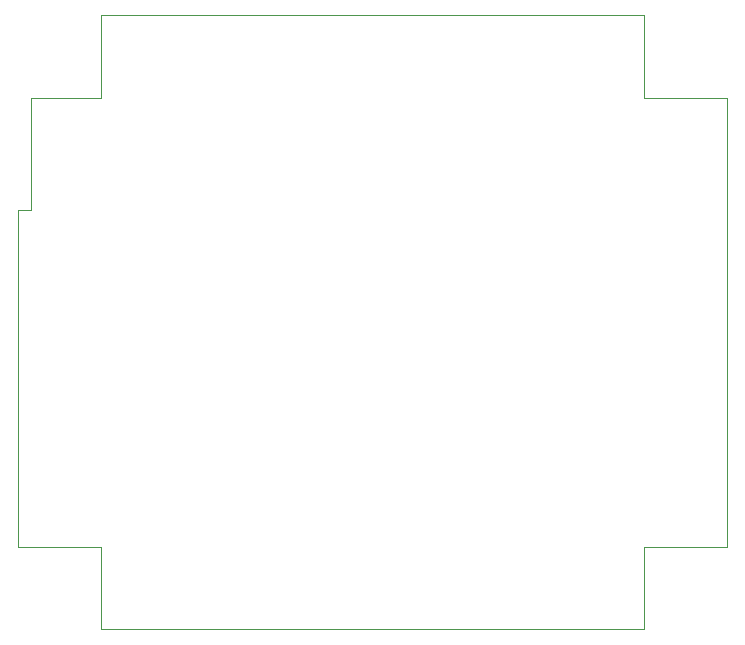
<source format=gm1>
G04 #@! TF.GenerationSoftware,KiCad,Pcbnew,8.0.6*
G04 #@! TF.CreationDate,2025-01-02T19:07:44+01:00*
G04 #@! TF.ProjectId,kostka,6b6f7374-6b61-42e6-9b69-6361645f7063,1*
G04 #@! TF.SameCoordinates,Original*
G04 #@! TF.FileFunction,Profile,NP*
%FSLAX46Y46*%
G04 Gerber Fmt 4.6, Leading zero omitted, Abs format (unit mm)*
G04 Created by KiCad (PCBNEW 8.0.6) date 2025-01-02 19:07:44*
%MOMM*%
%LPD*%
G01*
G04 APERTURE LIST*
G04 #@! TA.AperFunction,Profile*
%ADD10C,0.050000*%
G04 #@! TD*
G04 APERTURE END LIST*
D10*
X137000000Y-104000000D02*
X137000000Y-111000000D01*
X130000000Y-104000000D02*
X137000000Y-104000000D01*
X183000000Y-104000000D02*
X190000000Y-104000000D01*
X183000000Y-111000000D02*
X183000000Y-104000000D01*
X183000000Y-66000000D02*
X183000000Y-59000000D01*
X190000000Y-66000000D02*
X183000000Y-66000000D01*
X131127500Y-75500000D02*
X130000000Y-75500000D01*
X131127500Y-66000000D02*
X131127500Y-75500000D01*
X137000000Y-66000000D02*
X137000000Y-59000000D01*
X131127500Y-66000000D02*
X137000000Y-66000000D01*
X137000000Y-111000000D02*
X183000000Y-111000000D01*
X190000000Y-104000000D02*
X190000000Y-66000000D01*
X183000000Y-59000000D02*
X137000000Y-59000000D01*
X130000000Y-75500000D02*
X130000000Y-104000000D01*
M02*

</source>
